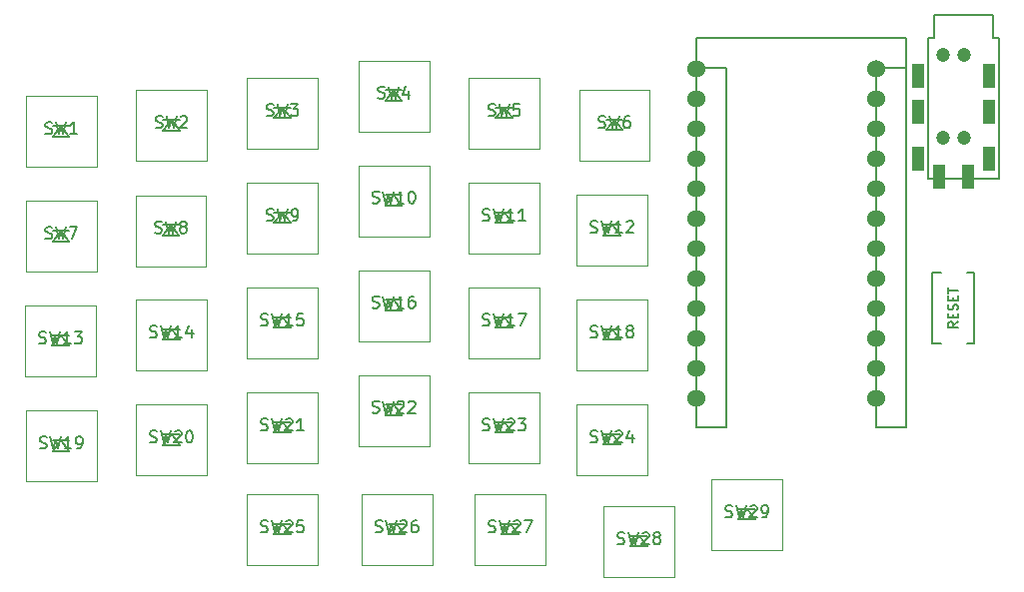
<source format=gbr>
%TF.GenerationSoftware,KiCad,Pcbnew,(6.0.9)*%
%TF.CreationDate,2022-12-16T21:27:41+00:00*%
%TF.ProjectId,PocketSplit-V1,506f636b-6574-4537-906c-69742d56312e,1.0*%
%TF.SameCoordinates,Original*%
%TF.FileFunction,Legend,Top*%
%TF.FilePolarity,Positive*%
%FSLAX46Y46*%
G04 Gerber Fmt 4.6, Leading zero omitted, Abs format (unit mm)*
G04 Created by KiCad (PCBNEW (6.0.9)) date 2022-12-16 21:27:41*
%MOMM*%
%LPD*%
G01*
G04 APERTURE LIST*
%ADD10C,0.150000*%
%ADD11C,0.120000*%
%ADD12C,1.524000*%
%ADD13C,1.200000*%
%ADD14R,1.000000X2.100000*%
G04 APERTURE END LIST*
D10*
%TO.C,SW28*%
X76930476Y-85498761D02*
X77073333Y-85546380D01*
X77311428Y-85546380D01*
X77406666Y-85498761D01*
X77454285Y-85451142D01*
X77501904Y-85355904D01*
X77501904Y-85260666D01*
X77454285Y-85165428D01*
X77406666Y-85117809D01*
X77311428Y-85070190D01*
X77120952Y-85022571D01*
X77025714Y-84974952D01*
X76978095Y-84927333D01*
X76930476Y-84832095D01*
X76930476Y-84736857D01*
X76978095Y-84641619D01*
X77025714Y-84594000D01*
X77120952Y-84546380D01*
X77359047Y-84546380D01*
X77501904Y-84594000D01*
X77835238Y-84546380D02*
X78073333Y-85546380D01*
X78263809Y-84832095D01*
X78454285Y-85546380D01*
X78692380Y-84546380D01*
X79025714Y-84641619D02*
X79073333Y-84594000D01*
X79168571Y-84546380D01*
X79406666Y-84546380D01*
X79501904Y-84594000D01*
X79549523Y-84641619D01*
X79597142Y-84736857D01*
X79597142Y-84832095D01*
X79549523Y-84974952D01*
X78978095Y-85546380D01*
X79597142Y-85546380D01*
X80168571Y-84974952D02*
X80073333Y-84927333D01*
X80025714Y-84879714D01*
X79978095Y-84784476D01*
X79978095Y-84736857D01*
X80025714Y-84641619D01*
X80073333Y-84594000D01*
X80168571Y-84546380D01*
X80359047Y-84546380D01*
X80454285Y-84594000D01*
X80501904Y-84641619D01*
X80549523Y-84736857D01*
X80549523Y-84784476D01*
X80501904Y-84879714D01*
X80454285Y-84927333D01*
X80359047Y-84974952D01*
X80168571Y-84974952D01*
X80073333Y-85022571D01*
X80025714Y-85070190D01*
X79978095Y-85165428D01*
X79978095Y-85355904D01*
X80025714Y-85451142D01*
X80073333Y-85498761D01*
X80168571Y-85546380D01*
X80359047Y-85546380D01*
X80454285Y-85498761D01*
X80501904Y-85451142D01*
X80549523Y-85355904D01*
X80549523Y-85165428D01*
X80501904Y-85070190D01*
X80454285Y-85022571D01*
X80359047Y-84974952D01*
%TO.C,SW3*%
X47180666Y-49172761D02*
X47323523Y-49220380D01*
X47561619Y-49220380D01*
X47656857Y-49172761D01*
X47704476Y-49125142D01*
X47752095Y-49029904D01*
X47752095Y-48934666D01*
X47704476Y-48839428D01*
X47656857Y-48791809D01*
X47561619Y-48744190D01*
X47371142Y-48696571D01*
X47275904Y-48648952D01*
X47228285Y-48601333D01*
X47180666Y-48506095D01*
X47180666Y-48410857D01*
X47228285Y-48315619D01*
X47275904Y-48268000D01*
X47371142Y-48220380D01*
X47609238Y-48220380D01*
X47752095Y-48268000D01*
X48085428Y-48220380D02*
X48323523Y-49220380D01*
X48514000Y-48506095D01*
X48704476Y-49220380D01*
X48942571Y-48220380D01*
X49228285Y-48220380D02*
X49847333Y-48220380D01*
X49514000Y-48601333D01*
X49656857Y-48601333D01*
X49752095Y-48648952D01*
X49799714Y-48696571D01*
X49847333Y-48791809D01*
X49847333Y-49029904D01*
X49799714Y-49125142D01*
X49752095Y-49172761D01*
X49656857Y-49220380D01*
X49371142Y-49220380D01*
X49275904Y-49172761D01*
X49228285Y-49125142D01*
%TO.C,SW10*%
X56154476Y-56574761D02*
X56297333Y-56622380D01*
X56535428Y-56622380D01*
X56630666Y-56574761D01*
X56678285Y-56527142D01*
X56725904Y-56431904D01*
X56725904Y-56336666D01*
X56678285Y-56241428D01*
X56630666Y-56193809D01*
X56535428Y-56146190D01*
X56344952Y-56098571D01*
X56249714Y-56050952D01*
X56202095Y-56003333D01*
X56154476Y-55908095D01*
X56154476Y-55812857D01*
X56202095Y-55717619D01*
X56249714Y-55670000D01*
X56344952Y-55622380D01*
X56583047Y-55622380D01*
X56725904Y-55670000D01*
X57059238Y-55622380D02*
X57297333Y-56622380D01*
X57487809Y-55908095D01*
X57678285Y-56622380D01*
X57916380Y-55622380D01*
X58821142Y-56622380D02*
X58249714Y-56622380D01*
X58535428Y-56622380D02*
X58535428Y-55622380D01*
X58440190Y-55765238D01*
X58344952Y-55860476D01*
X58249714Y-55908095D01*
X59440190Y-55622380D02*
X59535428Y-55622380D01*
X59630666Y-55670000D01*
X59678285Y-55717619D01*
X59725904Y-55812857D01*
X59773523Y-56003333D01*
X59773523Y-56241428D01*
X59725904Y-56431904D01*
X59678285Y-56527142D01*
X59630666Y-56574761D01*
X59535428Y-56622380D01*
X59440190Y-56622380D01*
X59344952Y-56574761D01*
X59297333Y-56527142D01*
X59249714Y-56431904D01*
X59202095Y-56241428D01*
X59202095Y-56003333D01*
X59249714Y-55812857D01*
X59297333Y-55717619D01*
X59344952Y-55670000D01*
X59440190Y-55622380D01*
%TO.C,SW21*%
X46704476Y-75842761D02*
X46847333Y-75890380D01*
X47085428Y-75890380D01*
X47180666Y-75842761D01*
X47228285Y-75795142D01*
X47275904Y-75699904D01*
X47275904Y-75604666D01*
X47228285Y-75509428D01*
X47180666Y-75461809D01*
X47085428Y-75414190D01*
X46894952Y-75366571D01*
X46799714Y-75318952D01*
X46752095Y-75271333D01*
X46704476Y-75176095D01*
X46704476Y-75080857D01*
X46752095Y-74985619D01*
X46799714Y-74938000D01*
X46894952Y-74890380D01*
X47133047Y-74890380D01*
X47275904Y-74938000D01*
X47609238Y-74890380D02*
X47847333Y-75890380D01*
X48037809Y-75176095D01*
X48228285Y-75890380D01*
X48466380Y-74890380D01*
X48799714Y-74985619D02*
X48847333Y-74938000D01*
X48942571Y-74890380D01*
X49180666Y-74890380D01*
X49275904Y-74938000D01*
X49323523Y-74985619D01*
X49371142Y-75080857D01*
X49371142Y-75176095D01*
X49323523Y-75318952D01*
X48752095Y-75890380D01*
X49371142Y-75890380D01*
X50323523Y-75890380D02*
X49752095Y-75890380D01*
X50037809Y-75890380D02*
X50037809Y-74890380D01*
X49942571Y-75033238D01*
X49847333Y-75128476D01*
X49752095Y-75176095D01*
%TO.C,SW12*%
X74644476Y-59086761D02*
X74787333Y-59134380D01*
X75025428Y-59134380D01*
X75120666Y-59086761D01*
X75168285Y-59039142D01*
X75215904Y-58943904D01*
X75215904Y-58848666D01*
X75168285Y-58753428D01*
X75120666Y-58705809D01*
X75025428Y-58658190D01*
X74834952Y-58610571D01*
X74739714Y-58562952D01*
X74692095Y-58515333D01*
X74644476Y-58420095D01*
X74644476Y-58324857D01*
X74692095Y-58229619D01*
X74739714Y-58182000D01*
X74834952Y-58134380D01*
X75073047Y-58134380D01*
X75215904Y-58182000D01*
X75549238Y-58134380D02*
X75787333Y-59134380D01*
X75977809Y-58420095D01*
X76168285Y-59134380D01*
X76406380Y-58134380D01*
X77311142Y-59134380D02*
X76739714Y-59134380D01*
X77025428Y-59134380D02*
X77025428Y-58134380D01*
X76930190Y-58277238D01*
X76834952Y-58372476D01*
X76739714Y-58420095D01*
X77692095Y-58229619D02*
X77739714Y-58182000D01*
X77834952Y-58134380D01*
X78073047Y-58134380D01*
X78168285Y-58182000D01*
X78215904Y-58229619D01*
X78263523Y-58324857D01*
X78263523Y-58420095D01*
X78215904Y-58562952D01*
X77644476Y-59134380D01*
X78263523Y-59134380D01*
%TO.C,SW17*%
X65500476Y-66952761D02*
X65643333Y-67000380D01*
X65881428Y-67000380D01*
X65976666Y-66952761D01*
X66024285Y-66905142D01*
X66071904Y-66809904D01*
X66071904Y-66714666D01*
X66024285Y-66619428D01*
X65976666Y-66571809D01*
X65881428Y-66524190D01*
X65690952Y-66476571D01*
X65595714Y-66428952D01*
X65548095Y-66381333D01*
X65500476Y-66286095D01*
X65500476Y-66190857D01*
X65548095Y-66095619D01*
X65595714Y-66048000D01*
X65690952Y-66000380D01*
X65929047Y-66000380D01*
X66071904Y-66048000D01*
X66405238Y-66000380D02*
X66643333Y-67000380D01*
X66833809Y-66286095D01*
X67024285Y-67000380D01*
X67262380Y-66000380D01*
X68167142Y-67000380D02*
X67595714Y-67000380D01*
X67881428Y-67000380D02*
X67881428Y-66000380D01*
X67786190Y-66143238D01*
X67690952Y-66238476D01*
X67595714Y-66286095D01*
X68500476Y-66000380D02*
X69167142Y-66000380D01*
X68738571Y-67000380D01*
%TO.C,SW11*%
X65500476Y-58062761D02*
X65643333Y-58110380D01*
X65881428Y-58110380D01*
X65976666Y-58062761D01*
X66024285Y-58015142D01*
X66071904Y-57919904D01*
X66071904Y-57824666D01*
X66024285Y-57729428D01*
X65976666Y-57681809D01*
X65881428Y-57634190D01*
X65690952Y-57586571D01*
X65595714Y-57538952D01*
X65548095Y-57491333D01*
X65500476Y-57396095D01*
X65500476Y-57300857D01*
X65548095Y-57205619D01*
X65595714Y-57158000D01*
X65690952Y-57110380D01*
X65929047Y-57110380D01*
X66071904Y-57158000D01*
X66405238Y-57110380D02*
X66643333Y-58110380D01*
X66833809Y-57396095D01*
X67024285Y-58110380D01*
X67262380Y-57110380D01*
X68167142Y-58110380D02*
X67595714Y-58110380D01*
X67881428Y-58110380D02*
X67881428Y-57110380D01*
X67786190Y-57253238D01*
X67690952Y-57348476D01*
X67595714Y-57396095D01*
X69119523Y-58110380D02*
X68548095Y-58110380D01*
X68833809Y-58110380D02*
X68833809Y-57110380D01*
X68738571Y-57253238D01*
X68643333Y-57348476D01*
X68548095Y-57396095D01*
%TO.C,SW13*%
X27908476Y-68480761D02*
X28051333Y-68528380D01*
X28289428Y-68528380D01*
X28384666Y-68480761D01*
X28432285Y-68433142D01*
X28479904Y-68337904D01*
X28479904Y-68242666D01*
X28432285Y-68147428D01*
X28384666Y-68099809D01*
X28289428Y-68052190D01*
X28098952Y-68004571D01*
X28003714Y-67956952D01*
X27956095Y-67909333D01*
X27908476Y-67814095D01*
X27908476Y-67718857D01*
X27956095Y-67623619D01*
X28003714Y-67576000D01*
X28098952Y-67528380D01*
X28337047Y-67528380D01*
X28479904Y-67576000D01*
X28813238Y-67528380D02*
X29051333Y-68528380D01*
X29241809Y-67814095D01*
X29432285Y-68528380D01*
X29670380Y-67528380D01*
X30575142Y-68528380D02*
X30003714Y-68528380D01*
X30289428Y-68528380D02*
X30289428Y-67528380D01*
X30194190Y-67671238D01*
X30098952Y-67766476D01*
X30003714Y-67814095D01*
X30908476Y-67528380D02*
X31527523Y-67528380D01*
X31194190Y-67909333D01*
X31337047Y-67909333D01*
X31432285Y-67956952D01*
X31479904Y-68004571D01*
X31527523Y-68099809D01*
X31527523Y-68337904D01*
X31479904Y-68433142D01*
X31432285Y-68480761D01*
X31337047Y-68528380D01*
X31051333Y-68528380D01*
X30956095Y-68480761D01*
X30908476Y-68433142D01*
%TO.C,SW7*%
X28436666Y-59594761D02*
X28579523Y-59642380D01*
X28817619Y-59642380D01*
X28912857Y-59594761D01*
X28960476Y-59547142D01*
X29008095Y-59451904D01*
X29008095Y-59356666D01*
X28960476Y-59261428D01*
X28912857Y-59213809D01*
X28817619Y-59166190D01*
X28627142Y-59118571D01*
X28531904Y-59070952D01*
X28484285Y-59023333D01*
X28436666Y-58928095D01*
X28436666Y-58832857D01*
X28484285Y-58737619D01*
X28531904Y-58690000D01*
X28627142Y-58642380D01*
X28865238Y-58642380D01*
X29008095Y-58690000D01*
X29341428Y-58642380D02*
X29579523Y-59642380D01*
X29770000Y-58928095D01*
X29960476Y-59642380D01*
X30198571Y-58642380D01*
X30484285Y-58642380D02*
X31150952Y-58642380D01*
X30722380Y-59642380D01*
%TO.C,SW24*%
X74644476Y-76862761D02*
X74787333Y-76910380D01*
X75025428Y-76910380D01*
X75120666Y-76862761D01*
X75168285Y-76815142D01*
X75215904Y-76719904D01*
X75215904Y-76624666D01*
X75168285Y-76529428D01*
X75120666Y-76481809D01*
X75025428Y-76434190D01*
X74834952Y-76386571D01*
X74739714Y-76338952D01*
X74692095Y-76291333D01*
X74644476Y-76196095D01*
X74644476Y-76100857D01*
X74692095Y-76005619D01*
X74739714Y-75958000D01*
X74834952Y-75910380D01*
X75073047Y-75910380D01*
X75215904Y-75958000D01*
X75549238Y-75910380D02*
X75787333Y-76910380D01*
X75977809Y-76196095D01*
X76168285Y-76910380D01*
X76406380Y-75910380D01*
X76739714Y-76005619D02*
X76787333Y-75958000D01*
X76882571Y-75910380D01*
X77120666Y-75910380D01*
X77215904Y-75958000D01*
X77263523Y-76005619D01*
X77311142Y-76100857D01*
X77311142Y-76196095D01*
X77263523Y-76338952D01*
X76692095Y-76910380D01*
X77311142Y-76910380D01*
X78168285Y-76243714D02*
X78168285Y-76910380D01*
X77930190Y-75862761D02*
X77692095Y-76577047D01*
X78311142Y-76577047D01*
%TO.C,SW27*%
X66008476Y-84482761D02*
X66151333Y-84530380D01*
X66389428Y-84530380D01*
X66484666Y-84482761D01*
X66532285Y-84435142D01*
X66579904Y-84339904D01*
X66579904Y-84244666D01*
X66532285Y-84149428D01*
X66484666Y-84101809D01*
X66389428Y-84054190D01*
X66198952Y-84006571D01*
X66103714Y-83958952D01*
X66056095Y-83911333D01*
X66008476Y-83816095D01*
X66008476Y-83720857D01*
X66056095Y-83625619D01*
X66103714Y-83578000D01*
X66198952Y-83530380D01*
X66437047Y-83530380D01*
X66579904Y-83578000D01*
X66913238Y-83530380D02*
X67151333Y-84530380D01*
X67341809Y-83816095D01*
X67532285Y-84530380D01*
X67770380Y-83530380D01*
X68103714Y-83625619D02*
X68151333Y-83578000D01*
X68246571Y-83530380D01*
X68484666Y-83530380D01*
X68579904Y-83578000D01*
X68627523Y-83625619D01*
X68675142Y-83720857D01*
X68675142Y-83816095D01*
X68627523Y-83958952D01*
X68056095Y-84530380D01*
X68675142Y-84530380D01*
X69008476Y-83530380D02*
X69675142Y-83530380D01*
X69246571Y-84530380D01*
%TO.C,SW26*%
X56408476Y-84482761D02*
X56551333Y-84530380D01*
X56789428Y-84530380D01*
X56884666Y-84482761D01*
X56932285Y-84435142D01*
X56979904Y-84339904D01*
X56979904Y-84244666D01*
X56932285Y-84149428D01*
X56884666Y-84101809D01*
X56789428Y-84054190D01*
X56598952Y-84006571D01*
X56503714Y-83958952D01*
X56456095Y-83911333D01*
X56408476Y-83816095D01*
X56408476Y-83720857D01*
X56456095Y-83625619D01*
X56503714Y-83578000D01*
X56598952Y-83530380D01*
X56837047Y-83530380D01*
X56979904Y-83578000D01*
X57313238Y-83530380D02*
X57551333Y-84530380D01*
X57741809Y-83816095D01*
X57932285Y-84530380D01*
X58170380Y-83530380D01*
X58503714Y-83625619D02*
X58551333Y-83578000D01*
X58646571Y-83530380D01*
X58884666Y-83530380D01*
X58979904Y-83578000D01*
X59027523Y-83625619D01*
X59075142Y-83720857D01*
X59075142Y-83816095D01*
X59027523Y-83958952D01*
X58456095Y-84530380D01*
X59075142Y-84530380D01*
X59932285Y-83530380D02*
X59741809Y-83530380D01*
X59646571Y-83578000D01*
X59598952Y-83625619D01*
X59503714Y-83768476D01*
X59456095Y-83958952D01*
X59456095Y-84339904D01*
X59503714Y-84435142D01*
X59551333Y-84482761D01*
X59646571Y-84530380D01*
X59837047Y-84530380D01*
X59932285Y-84482761D01*
X59979904Y-84435142D01*
X60027523Y-84339904D01*
X60027523Y-84101809D01*
X59979904Y-84006571D01*
X59932285Y-83958952D01*
X59837047Y-83911333D01*
X59646571Y-83911333D01*
X59551333Y-83958952D01*
X59503714Y-84006571D01*
X59456095Y-84101809D01*
%TO.C,SW6*%
X75322666Y-50192761D02*
X75465523Y-50240380D01*
X75703619Y-50240380D01*
X75798857Y-50192761D01*
X75846476Y-50145142D01*
X75894095Y-50049904D01*
X75894095Y-49954666D01*
X75846476Y-49859428D01*
X75798857Y-49811809D01*
X75703619Y-49764190D01*
X75513142Y-49716571D01*
X75417904Y-49668952D01*
X75370285Y-49621333D01*
X75322666Y-49526095D01*
X75322666Y-49430857D01*
X75370285Y-49335619D01*
X75417904Y-49288000D01*
X75513142Y-49240380D01*
X75751238Y-49240380D01*
X75894095Y-49288000D01*
X76227428Y-49240380D02*
X76465523Y-50240380D01*
X76656000Y-49526095D01*
X76846476Y-50240380D01*
X77084571Y-49240380D01*
X77894095Y-49240380D02*
X77703619Y-49240380D01*
X77608380Y-49288000D01*
X77560761Y-49335619D01*
X77465523Y-49478476D01*
X77417904Y-49668952D01*
X77417904Y-50049904D01*
X77465523Y-50145142D01*
X77513142Y-50192761D01*
X77608380Y-50240380D01*
X77798857Y-50240380D01*
X77894095Y-50192761D01*
X77941714Y-50145142D01*
X77989333Y-50049904D01*
X77989333Y-49811809D01*
X77941714Y-49716571D01*
X77894095Y-49668952D01*
X77798857Y-49621333D01*
X77608380Y-49621333D01*
X77513142Y-49668952D01*
X77465523Y-49716571D01*
X77417904Y-49811809D01*
%TO.C,SW14*%
X37306476Y-67972761D02*
X37449333Y-68020380D01*
X37687428Y-68020380D01*
X37782666Y-67972761D01*
X37830285Y-67925142D01*
X37877904Y-67829904D01*
X37877904Y-67734666D01*
X37830285Y-67639428D01*
X37782666Y-67591809D01*
X37687428Y-67544190D01*
X37496952Y-67496571D01*
X37401714Y-67448952D01*
X37354095Y-67401333D01*
X37306476Y-67306095D01*
X37306476Y-67210857D01*
X37354095Y-67115619D01*
X37401714Y-67068000D01*
X37496952Y-67020380D01*
X37735047Y-67020380D01*
X37877904Y-67068000D01*
X38211238Y-67020380D02*
X38449333Y-68020380D01*
X38639809Y-67306095D01*
X38830285Y-68020380D01*
X39068380Y-67020380D01*
X39973142Y-68020380D02*
X39401714Y-68020380D01*
X39687428Y-68020380D02*
X39687428Y-67020380D01*
X39592190Y-67163238D01*
X39496952Y-67258476D01*
X39401714Y-67306095D01*
X40830285Y-67353714D02*
X40830285Y-68020380D01*
X40592190Y-66972761D02*
X40354095Y-67687047D01*
X40973142Y-67687047D01*
%TO.C,SW16*%
X56154476Y-65464761D02*
X56297333Y-65512380D01*
X56535428Y-65512380D01*
X56630666Y-65464761D01*
X56678285Y-65417142D01*
X56725904Y-65321904D01*
X56725904Y-65226666D01*
X56678285Y-65131428D01*
X56630666Y-65083809D01*
X56535428Y-65036190D01*
X56344952Y-64988571D01*
X56249714Y-64940952D01*
X56202095Y-64893333D01*
X56154476Y-64798095D01*
X56154476Y-64702857D01*
X56202095Y-64607619D01*
X56249714Y-64560000D01*
X56344952Y-64512380D01*
X56583047Y-64512380D01*
X56725904Y-64560000D01*
X57059238Y-64512380D02*
X57297333Y-65512380D01*
X57487809Y-64798095D01*
X57678285Y-65512380D01*
X57916380Y-64512380D01*
X58821142Y-65512380D02*
X58249714Y-65512380D01*
X58535428Y-65512380D02*
X58535428Y-64512380D01*
X58440190Y-64655238D01*
X58344952Y-64750476D01*
X58249714Y-64798095D01*
X59678285Y-64512380D02*
X59487809Y-64512380D01*
X59392571Y-64560000D01*
X59344952Y-64607619D01*
X59249714Y-64750476D01*
X59202095Y-64940952D01*
X59202095Y-65321904D01*
X59249714Y-65417142D01*
X59297333Y-65464761D01*
X59392571Y-65512380D01*
X59583047Y-65512380D01*
X59678285Y-65464761D01*
X59725904Y-65417142D01*
X59773523Y-65321904D01*
X59773523Y-65083809D01*
X59725904Y-64988571D01*
X59678285Y-64940952D01*
X59583047Y-64893333D01*
X59392571Y-64893333D01*
X59297333Y-64940952D01*
X59249714Y-64988571D01*
X59202095Y-65083809D01*
%TO.C,SW4*%
X56630666Y-47688761D02*
X56773523Y-47736380D01*
X57011619Y-47736380D01*
X57106857Y-47688761D01*
X57154476Y-47641142D01*
X57202095Y-47545904D01*
X57202095Y-47450666D01*
X57154476Y-47355428D01*
X57106857Y-47307809D01*
X57011619Y-47260190D01*
X56821142Y-47212571D01*
X56725904Y-47164952D01*
X56678285Y-47117333D01*
X56630666Y-47022095D01*
X56630666Y-46926857D01*
X56678285Y-46831619D01*
X56725904Y-46784000D01*
X56821142Y-46736380D01*
X57059238Y-46736380D01*
X57202095Y-46784000D01*
X57535428Y-46736380D02*
X57773523Y-47736380D01*
X57964000Y-47022095D01*
X58154476Y-47736380D01*
X58392571Y-46736380D01*
X59202095Y-47069714D02*
X59202095Y-47736380D01*
X58964000Y-46688761D02*
X58725904Y-47403047D01*
X59344952Y-47403047D01*
%TO.C,SW9*%
X47180666Y-58066761D02*
X47323523Y-58114380D01*
X47561619Y-58114380D01*
X47656857Y-58066761D01*
X47704476Y-58019142D01*
X47752095Y-57923904D01*
X47752095Y-57828666D01*
X47704476Y-57733428D01*
X47656857Y-57685809D01*
X47561619Y-57638190D01*
X47371142Y-57590571D01*
X47275904Y-57542952D01*
X47228285Y-57495333D01*
X47180666Y-57400095D01*
X47180666Y-57304857D01*
X47228285Y-57209619D01*
X47275904Y-57162000D01*
X47371142Y-57114380D01*
X47609238Y-57114380D01*
X47752095Y-57162000D01*
X48085428Y-57114380D02*
X48323523Y-58114380D01*
X48514000Y-57400095D01*
X48704476Y-58114380D01*
X48942571Y-57114380D01*
X49371142Y-58114380D02*
X49561619Y-58114380D01*
X49656857Y-58066761D01*
X49704476Y-58019142D01*
X49799714Y-57876285D01*
X49847333Y-57685809D01*
X49847333Y-57304857D01*
X49799714Y-57209619D01*
X49752095Y-57162000D01*
X49656857Y-57114380D01*
X49466380Y-57114380D01*
X49371142Y-57162000D01*
X49323523Y-57209619D01*
X49275904Y-57304857D01*
X49275904Y-57542952D01*
X49323523Y-57638190D01*
X49371142Y-57685809D01*
X49466380Y-57733428D01*
X49656857Y-57733428D01*
X49752095Y-57685809D01*
X49799714Y-57638190D01*
X49847333Y-57542952D01*
%TO.C,SW25*%
X46704476Y-84482761D02*
X46847333Y-84530380D01*
X47085428Y-84530380D01*
X47180666Y-84482761D01*
X47228285Y-84435142D01*
X47275904Y-84339904D01*
X47275904Y-84244666D01*
X47228285Y-84149428D01*
X47180666Y-84101809D01*
X47085428Y-84054190D01*
X46894952Y-84006571D01*
X46799714Y-83958952D01*
X46752095Y-83911333D01*
X46704476Y-83816095D01*
X46704476Y-83720857D01*
X46752095Y-83625619D01*
X46799714Y-83578000D01*
X46894952Y-83530380D01*
X47133047Y-83530380D01*
X47275904Y-83578000D01*
X47609238Y-83530380D02*
X47847333Y-84530380D01*
X48037809Y-83816095D01*
X48228285Y-84530380D01*
X48466380Y-83530380D01*
X48799714Y-83625619D02*
X48847333Y-83578000D01*
X48942571Y-83530380D01*
X49180666Y-83530380D01*
X49275904Y-83578000D01*
X49323523Y-83625619D01*
X49371142Y-83720857D01*
X49371142Y-83816095D01*
X49323523Y-83958952D01*
X48752095Y-84530380D01*
X49371142Y-84530380D01*
X50275904Y-83530380D02*
X49799714Y-83530380D01*
X49752095Y-84006571D01*
X49799714Y-83958952D01*
X49894952Y-83911333D01*
X50133047Y-83911333D01*
X50228285Y-83958952D01*
X50275904Y-84006571D01*
X50323523Y-84101809D01*
X50323523Y-84339904D01*
X50275904Y-84435142D01*
X50228285Y-84482761D01*
X50133047Y-84530380D01*
X49894952Y-84530380D01*
X49799714Y-84482761D01*
X49752095Y-84435142D01*
%TO.C,SW29*%
X86074476Y-83212761D02*
X86217333Y-83260380D01*
X86455428Y-83260380D01*
X86550666Y-83212761D01*
X86598285Y-83165142D01*
X86645904Y-83069904D01*
X86645904Y-82974666D01*
X86598285Y-82879428D01*
X86550666Y-82831809D01*
X86455428Y-82784190D01*
X86264952Y-82736571D01*
X86169714Y-82688952D01*
X86122095Y-82641333D01*
X86074476Y-82546095D01*
X86074476Y-82450857D01*
X86122095Y-82355619D01*
X86169714Y-82308000D01*
X86264952Y-82260380D01*
X86503047Y-82260380D01*
X86645904Y-82308000D01*
X86979238Y-82260380D02*
X87217333Y-83260380D01*
X87407809Y-82546095D01*
X87598285Y-83260380D01*
X87836380Y-82260380D01*
X88169714Y-82355619D02*
X88217333Y-82308000D01*
X88312571Y-82260380D01*
X88550666Y-82260380D01*
X88645904Y-82308000D01*
X88693523Y-82355619D01*
X88741142Y-82450857D01*
X88741142Y-82546095D01*
X88693523Y-82688952D01*
X88122095Y-83260380D01*
X88741142Y-83260380D01*
X89217333Y-83260380D02*
X89407809Y-83260380D01*
X89503047Y-83212761D01*
X89550666Y-83165142D01*
X89645904Y-83022285D01*
X89693523Y-82831809D01*
X89693523Y-82450857D01*
X89645904Y-82355619D01*
X89598285Y-82308000D01*
X89503047Y-82260380D01*
X89312571Y-82260380D01*
X89217333Y-82308000D01*
X89169714Y-82355619D01*
X89122095Y-82450857D01*
X89122095Y-82688952D01*
X89169714Y-82784190D01*
X89217333Y-82831809D01*
X89312571Y-82879428D01*
X89503047Y-82879428D01*
X89598285Y-82831809D01*
X89645904Y-82784190D01*
X89693523Y-82688952D01*
%TO.C,SW2*%
X37782666Y-50196761D02*
X37925523Y-50244380D01*
X38163619Y-50244380D01*
X38258857Y-50196761D01*
X38306476Y-50149142D01*
X38354095Y-50053904D01*
X38354095Y-49958666D01*
X38306476Y-49863428D01*
X38258857Y-49815809D01*
X38163619Y-49768190D01*
X37973142Y-49720571D01*
X37877904Y-49672952D01*
X37830285Y-49625333D01*
X37782666Y-49530095D01*
X37782666Y-49434857D01*
X37830285Y-49339619D01*
X37877904Y-49292000D01*
X37973142Y-49244380D01*
X38211238Y-49244380D01*
X38354095Y-49292000D01*
X38687428Y-49244380D02*
X38925523Y-50244380D01*
X39116000Y-49530095D01*
X39306476Y-50244380D01*
X39544571Y-49244380D01*
X39877904Y-49339619D02*
X39925523Y-49292000D01*
X40020761Y-49244380D01*
X40258857Y-49244380D01*
X40354095Y-49292000D01*
X40401714Y-49339619D01*
X40449333Y-49434857D01*
X40449333Y-49530095D01*
X40401714Y-49672952D01*
X39830285Y-50244380D01*
X40449333Y-50244380D01*
%TO.C,SW20*%
X37306476Y-76866761D02*
X37449333Y-76914380D01*
X37687428Y-76914380D01*
X37782666Y-76866761D01*
X37830285Y-76819142D01*
X37877904Y-76723904D01*
X37877904Y-76628666D01*
X37830285Y-76533428D01*
X37782666Y-76485809D01*
X37687428Y-76438190D01*
X37496952Y-76390571D01*
X37401714Y-76342952D01*
X37354095Y-76295333D01*
X37306476Y-76200095D01*
X37306476Y-76104857D01*
X37354095Y-76009619D01*
X37401714Y-75962000D01*
X37496952Y-75914380D01*
X37735047Y-75914380D01*
X37877904Y-75962000D01*
X38211238Y-75914380D02*
X38449333Y-76914380D01*
X38639809Y-76200095D01*
X38830285Y-76914380D01*
X39068380Y-75914380D01*
X39401714Y-76009619D02*
X39449333Y-75962000D01*
X39544571Y-75914380D01*
X39782666Y-75914380D01*
X39877904Y-75962000D01*
X39925523Y-76009619D01*
X39973142Y-76104857D01*
X39973142Y-76200095D01*
X39925523Y-76342952D01*
X39354095Y-76914380D01*
X39973142Y-76914380D01*
X40592190Y-75914380D02*
X40687428Y-75914380D01*
X40782666Y-75962000D01*
X40830285Y-76009619D01*
X40877904Y-76104857D01*
X40925523Y-76295333D01*
X40925523Y-76533428D01*
X40877904Y-76723904D01*
X40830285Y-76819142D01*
X40782666Y-76866761D01*
X40687428Y-76914380D01*
X40592190Y-76914380D01*
X40496952Y-76866761D01*
X40449333Y-76819142D01*
X40401714Y-76723904D01*
X40354095Y-76533428D01*
X40354095Y-76295333D01*
X40401714Y-76104857D01*
X40449333Y-76009619D01*
X40496952Y-75962000D01*
X40592190Y-75914380D01*
%TO.C,SW5*%
X65976666Y-49176761D02*
X66119523Y-49224380D01*
X66357619Y-49224380D01*
X66452857Y-49176761D01*
X66500476Y-49129142D01*
X66548095Y-49033904D01*
X66548095Y-48938666D01*
X66500476Y-48843428D01*
X66452857Y-48795809D01*
X66357619Y-48748190D01*
X66167142Y-48700571D01*
X66071904Y-48652952D01*
X66024285Y-48605333D01*
X65976666Y-48510095D01*
X65976666Y-48414857D01*
X66024285Y-48319619D01*
X66071904Y-48272000D01*
X66167142Y-48224380D01*
X66405238Y-48224380D01*
X66548095Y-48272000D01*
X66881428Y-48224380D02*
X67119523Y-49224380D01*
X67310000Y-48510095D01*
X67500476Y-49224380D01*
X67738571Y-48224380D01*
X68595714Y-48224380D02*
X68119523Y-48224380D01*
X68071904Y-48700571D01*
X68119523Y-48652952D01*
X68214761Y-48605333D01*
X68452857Y-48605333D01*
X68548095Y-48652952D01*
X68595714Y-48700571D01*
X68643333Y-48795809D01*
X68643333Y-49033904D01*
X68595714Y-49129142D01*
X68548095Y-49176761D01*
X68452857Y-49224380D01*
X68214761Y-49224380D01*
X68119523Y-49176761D01*
X68071904Y-49129142D01*
%TO.C,SW19*%
X27960476Y-77374761D02*
X28103333Y-77422380D01*
X28341428Y-77422380D01*
X28436666Y-77374761D01*
X28484285Y-77327142D01*
X28531904Y-77231904D01*
X28531904Y-77136666D01*
X28484285Y-77041428D01*
X28436666Y-76993809D01*
X28341428Y-76946190D01*
X28150952Y-76898571D01*
X28055714Y-76850952D01*
X28008095Y-76803333D01*
X27960476Y-76708095D01*
X27960476Y-76612857D01*
X28008095Y-76517619D01*
X28055714Y-76470000D01*
X28150952Y-76422380D01*
X28389047Y-76422380D01*
X28531904Y-76470000D01*
X28865238Y-76422380D02*
X29103333Y-77422380D01*
X29293809Y-76708095D01*
X29484285Y-77422380D01*
X29722380Y-76422380D01*
X30627142Y-77422380D02*
X30055714Y-77422380D01*
X30341428Y-77422380D02*
X30341428Y-76422380D01*
X30246190Y-76565238D01*
X30150952Y-76660476D01*
X30055714Y-76708095D01*
X31103333Y-77422380D02*
X31293809Y-77422380D01*
X31389047Y-77374761D01*
X31436666Y-77327142D01*
X31531904Y-77184285D01*
X31579523Y-76993809D01*
X31579523Y-76612857D01*
X31531904Y-76517619D01*
X31484285Y-76470000D01*
X31389047Y-76422380D01*
X31198571Y-76422380D01*
X31103333Y-76470000D01*
X31055714Y-76517619D01*
X31008095Y-76612857D01*
X31008095Y-76850952D01*
X31055714Y-76946190D01*
X31103333Y-76993809D01*
X31198571Y-77041428D01*
X31389047Y-77041428D01*
X31484285Y-76993809D01*
X31531904Y-76946190D01*
X31579523Y-76850952D01*
%TO.C,SW1*%
X28436666Y-50704761D02*
X28579523Y-50752380D01*
X28817619Y-50752380D01*
X28912857Y-50704761D01*
X28960476Y-50657142D01*
X29008095Y-50561904D01*
X29008095Y-50466666D01*
X28960476Y-50371428D01*
X28912857Y-50323809D01*
X28817619Y-50276190D01*
X28627142Y-50228571D01*
X28531904Y-50180952D01*
X28484285Y-50133333D01*
X28436666Y-50038095D01*
X28436666Y-49942857D01*
X28484285Y-49847619D01*
X28531904Y-49800000D01*
X28627142Y-49752380D01*
X28865238Y-49752380D01*
X29008095Y-49800000D01*
X29341428Y-49752380D02*
X29579523Y-50752380D01*
X29770000Y-50038095D01*
X29960476Y-50752380D01*
X30198571Y-49752380D01*
X31103333Y-50752380D02*
X30531904Y-50752380D01*
X30817619Y-50752380D02*
X30817619Y-49752380D01*
X30722380Y-49895238D01*
X30627142Y-49990476D01*
X30531904Y-50038095D01*
%TO.C,SW23*%
X65500476Y-75842761D02*
X65643333Y-75890380D01*
X65881428Y-75890380D01*
X65976666Y-75842761D01*
X66024285Y-75795142D01*
X66071904Y-75699904D01*
X66071904Y-75604666D01*
X66024285Y-75509428D01*
X65976666Y-75461809D01*
X65881428Y-75414190D01*
X65690952Y-75366571D01*
X65595714Y-75318952D01*
X65548095Y-75271333D01*
X65500476Y-75176095D01*
X65500476Y-75080857D01*
X65548095Y-74985619D01*
X65595714Y-74938000D01*
X65690952Y-74890380D01*
X65929047Y-74890380D01*
X66071904Y-74938000D01*
X66405238Y-74890380D02*
X66643333Y-75890380D01*
X66833809Y-75176095D01*
X67024285Y-75890380D01*
X67262380Y-74890380D01*
X67595714Y-74985619D02*
X67643333Y-74938000D01*
X67738571Y-74890380D01*
X67976666Y-74890380D01*
X68071904Y-74938000D01*
X68119523Y-74985619D01*
X68167142Y-75080857D01*
X68167142Y-75176095D01*
X68119523Y-75318952D01*
X67548095Y-75890380D01*
X68167142Y-75890380D01*
X68500476Y-74890380D02*
X69119523Y-74890380D01*
X68786190Y-75271333D01*
X68929047Y-75271333D01*
X69024285Y-75318952D01*
X69071904Y-75366571D01*
X69119523Y-75461809D01*
X69119523Y-75699904D01*
X69071904Y-75795142D01*
X69024285Y-75842761D01*
X68929047Y-75890380D01*
X68643333Y-75890380D01*
X68548095Y-75842761D01*
X68500476Y-75795142D01*
%TO.C,SW18*%
X74644476Y-67972761D02*
X74787333Y-68020380D01*
X75025428Y-68020380D01*
X75120666Y-67972761D01*
X75168285Y-67925142D01*
X75215904Y-67829904D01*
X75215904Y-67734666D01*
X75168285Y-67639428D01*
X75120666Y-67591809D01*
X75025428Y-67544190D01*
X74834952Y-67496571D01*
X74739714Y-67448952D01*
X74692095Y-67401333D01*
X74644476Y-67306095D01*
X74644476Y-67210857D01*
X74692095Y-67115619D01*
X74739714Y-67068000D01*
X74834952Y-67020380D01*
X75073047Y-67020380D01*
X75215904Y-67068000D01*
X75549238Y-67020380D02*
X75787333Y-68020380D01*
X75977809Y-67306095D01*
X76168285Y-68020380D01*
X76406380Y-67020380D01*
X77311142Y-68020380D02*
X76739714Y-68020380D01*
X77025428Y-68020380D02*
X77025428Y-67020380D01*
X76930190Y-67163238D01*
X76834952Y-67258476D01*
X76739714Y-67306095D01*
X77882571Y-67448952D02*
X77787333Y-67401333D01*
X77739714Y-67353714D01*
X77692095Y-67258476D01*
X77692095Y-67210857D01*
X77739714Y-67115619D01*
X77787333Y-67068000D01*
X77882571Y-67020380D01*
X78073047Y-67020380D01*
X78168285Y-67068000D01*
X78215904Y-67115619D01*
X78263523Y-67210857D01*
X78263523Y-67258476D01*
X78215904Y-67353714D01*
X78168285Y-67401333D01*
X78073047Y-67448952D01*
X77882571Y-67448952D01*
X77787333Y-67496571D01*
X77739714Y-67544190D01*
X77692095Y-67639428D01*
X77692095Y-67829904D01*
X77739714Y-67925142D01*
X77787333Y-67972761D01*
X77882571Y-68020380D01*
X78073047Y-68020380D01*
X78168285Y-67972761D01*
X78215904Y-67925142D01*
X78263523Y-67829904D01*
X78263523Y-67639428D01*
X78215904Y-67544190D01*
X78168285Y-67496571D01*
X78073047Y-67448952D01*
%TO.C,SW22*%
X56154476Y-74358761D02*
X56297333Y-74406380D01*
X56535428Y-74406380D01*
X56630666Y-74358761D01*
X56678285Y-74311142D01*
X56725904Y-74215904D01*
X56725904Y-74120666D01*
X56678285Y-74025428D01*
X56630666Y-73977809D01*
X56535428Y-73930190D01*
X56344952Y-73882571D01*
X56249714Y-73834952D01*
X56202095Y-73787333D01*
X56154476Y-73692095D01*
X56154476Y-73596857D01*
X56202095Y-73501619D01*
X56249714Y-73454000D01*
X56344952Y-73406380D01*
X56583047Y-73406380D01*
X56725904Y-73454000D01*
X57059238Y-73406380D02*
X57297333Y-74406380D01*
X57487809Y-73692095D01*
X57678285Y-74406380D01*
X57916380Y-73406380D01*
X58249714Y-73501619D02*
X58297333Y-73454000D01*
X58392571Y-73406380D01*
X58630666Y-73406380D01*
X58725904Y-73454000D01*
X58773523Y-73501619D01*
X58821142Y-73596857D01*
X58821142Y-73692095D01*
X58773523Y-73834952D01*
X58202095Y-74406380D01*
X58821142Y-74406380D01*
X59202095Y-73501619D02*
X59249714Y-73454000D01*
X59344952Y-73406380D01*
X59583047Y-73406380D01*
X59678285Y-73454000D01*
X59725904Y-73501619D01*
X59773523Y-73596857D01*
X59773523Y-73692095D01*
X59725904Y-73834952D01*
X59154476Y-74406380D01*
X59773523Y-74406380D01*
%TO.C,RST1*%
X105771904Y-66693904D02*
X105390952Y-66960571D01*
X105771904Y-67151047D02*
X104971904Y-67151047D01*
X104971904Y-66846285D01*
X105010000Y-66770095D01*
X105048095Y-66732000D01*
X105124285Y-66693904D01*
X105238571Y-66693904D01*
X105314761Y-66732000D01*
X105352857Y-66770095D01*
X105390952Y-66846285D01*
X105390952Y-67151047D01*
X105352857Y-66351047D02*
X105352857Y-66084380D01*
X105771904Y-65970095D02*
X105771904Y-66351047D01*
X104971904Y-66351047D01*
X104971904Y-65970095D01*
X105733809Y-65665333D02*
X105771904Y-65551047D01*
X105771904Y-65360571D01*
X105733809Y-65284380D01*
X105695714Y-65246285D01*
X105619523Y-65208190D01*
X105543333Y-65208190D01*
X105467142Y-65246285D01*
X105429047Y-65284380D01*
X105390952Y-65360571D01*
X105352857Y-65512952D01*
X105314761Y-65589142D01*
X105276666Y-65627238D01*
X105200476Y-65665333D01*
X105124285Y-65665333D01*
X105048095Y-65627238D01*
X105010000Y-65589142D01*
X104971904Y-65512952D01*
X104971904Y-65322476D01*
X105010000Y-65208190D01*
X105352857Y-64865333D02*
X105352857Y-64598666D01*
X105771904Y-64484380D02*
X105771904Y-64865333D01*
X104971904Y-64865333D01*
X104971904Y-64484380D01*
X104971904Y-64255809D02*
X104971904Y-63798666D01*
X105771904Y-64027238D02*
X104971904Y-64027238D01*
%TO.C,SW15*%
X46704476Y-66956761D02*
X46847333Y-67004380D01*
X47085428Y-67004380D01*
X47180666Y-66956761D01*
X47228285Y-66909142D01*
X47275904Y-66813904D01*
X47275904Y-66718666D01*
X47228285Y-66623428D01*
X47180666Y-66575809D01*
X47085428Y-66528190D01*
X46894952Y-66480571D01*
X46799714Y-66432952D01*
X46752095Y-66385333D01*
X46704476Y-66290095D01*
X46704476Y-66194857D01*
X46752095Y-66099619D01*
X46799714Y-66052000D01*
X46894952Y-66004380D01*
X47133047Y-66004380D01*
X47275904Y-66052000D01*
X47609238Y-66004380D02*
X47847333Y-67004380D01*
X48037809Y-66290095D01*
X48228285Y-67004380D01*
X48466380Y-66004380D01*
X49371142Y-67004380D02*
X48799714Y-67004380D01*
X49085428Y-67004380D02*
X49085428Y-66004380D01*
X48990190Y-66147238D01*
X48894952Y-66242476D01*
X48799714Y-66290095D01*
X50275904Y-66004380D02*
X49799714Y-66004380D01*
X49752095Y-66480571D01*
X49799714Y-66432952D01*
X49894952Y-66385333D01*
X50133047Y-66385333D01*
X50228285Y-66432952D01*
X50275904Y-66480571D01*
X50323523Y-66575809D01*
X50323523Y-66813904D01*
X50275904Y-66909142D01*
X50228285Y-66956761D01*
X50133047Y-67004380D01*
X49894952Y-67004380D01*
X49799714Y-66956761D01*
X49752095Y-66909142D01*
%TO.C,SW8*%
X37730666Y-59126761D02*
X37873523Y-59174380D01*
X38111619Y-59174380D01*
X38206857Y-59126761D01*
X38254476Y-59079142D01*
X38302095Y-58983904D01*
X38302095Y-58888666D01*
X38254476Y-58793428D01*
X38206857Y-58745809D01*
X38111619Y-58698190D01*
X37921142Y-58650571D01*
X37825904Y-58602952D01*
X37778285Y-58555333D01*
X37730666Y-58460095D01*
X37730666Y-58364857D01*
X37778285Y-58269619D01*
X37825904Y-58222000D01*
X37921142Y-58174380D01*
X38159238Y-58174380D01*
X38302095Y-58222000D01*
X38635428Y-58174380D02*
X38873523Y-59174380D01*
X39064000Y-58460095D01*
X39254476Y-59174380D01*
X39492571Y-58174380D01*
X40016380Y-58602952D02*
X39921142Y-58555333D01*
X39873523Y-58507714D01*
X39825904Y-58412476D01*
X39825904Y-58364857D01*
X39873523Y-58269619D01*
X39921142Y-58222000D01*
X40016380Y-58174380D01*
X40206857Y-58174380D01*
X40302095Y-58222000D01*
X40349714Y-58269619D01*
X40397333Y-58364857D01*
X40397333Y-58412476D01*
X40349714Y-58507714D01*
X40302095Y-58555333D01*
X40206857Y-58602952D01*
X40016380Y-58602952D01*
X39921142Y-58650571D01*
X39873523Y-58698190D01*
X39825904Y-58793428D01*
X39825904Y-58983904D01*
X39873523Y-59079142D01*
X39921142Y-59126761D01*
X40016380Y-59174380D01*
X40206857Y-59174380D01*
X40302095Y-59126761D01*
X40349714Y-59079142D01*
X40397333Y-58983904D01*
X40397333Y-58793428D01*
X40349714Y-58698190D01*
X40302095Y-58650571D01*
X40206857Y-58602952D01*
D11*
%TO.C,SW28*%
X75740000Y-82344000D02*
X81740000Y-82344000D01*
X81740000Y-82344000D02*
X81740000Y-88344000D01*
X81740000Y-88344000D02*
X75740000Y-88344000D01*
X75740000Y-88344000D02*
X75740000Y-82344000D01*
%TO.C,SW3*%
X45514000Y-46018000D02*
X51514000Y-46018000D01*
X51514000Y-46018000D02*
X51514000Y-52018000D01*
X51514000Y-52018000D02*
X45514000Y-52018000D01*
X45514000Y-52018000D02*
X45514000Y-46018000D01*
%TO.C,SW10*%
X54964000Y-53420000D02*
X60964000Y-53420000D01*
X60964000Y-53420000D02*
X60964000Y-59420000D01*
X60964000Y-59420000D02*
X54964000Y-59420000D01*
X54964000Y-59420000D02*
X54964000Y-53420000D01*
%TO.C,SW21*%
X45514000Y-72688000D02*
X51514000Y-72688000D01*
X51514000Y-72688000D02*
X51514000Y-78688000D01*
X51514000Y-78688000D02*
X45514000Y-78688000D01*
X45514000Y-78688000D02*
X45514000Y-72688000D01*
%TO.C,SW12*%
X73454000Y-55932000D02*
X79454000Y-55932000D01*
X79454000Y-55932000D02*
X79454000Y-61932000D01*
X79454000Y-61932000D02*
X73454000Y-61932000D01*
X73454000Y-61932000D02*
X73454000Y-55932000D01*
%TO.C,SW17*%
X64310000Y-63798000D02*
X70310000Y-63798000D01*
X70310000Y-63798000D02*
X70310000Y-69798000D01*
X70310000Y-69798000D02*
X64310000Y-69798000D01*
X64310000Y-69798000D02*
X64310000Y-63798000D01*
%TO.C,SW11*%
X64310000Y-54908000D02*
X70310000Y-54908000D01*
X70310000Y-54908000D02*
X70310000Y-60908000D01*
X70310000Y-60908000D02*
X64310000Y-60908000D01*
X64310000Y-60908000D02*
X64310000Y-54908000D01*
%TO.C,SW13*%
X26718000Y-65326000D02*
X32718000Y-65326000D01*
X32718000Y-65326000D02*
X32718000Y-71326000D01*
X32718000Y-71326000D02*
X26718000Y-71326000D01*
X26718000Y-71326000D02*
X26718000Y-65326000D01*
%TO.C,SW7*%
X26770000Y-56440000D02*
X32770000Y-56440000D01*
X32770000Y-56440000D02*
X32770000Y-62440000D01*
X32770000Y-62440000D02*
X26770000Y-62440000D01*
X26770000Y-62440000D02*
X26770000Y-56440000D01*
%TO.C,SW24*%
X73454000Y-73708000D02*
X79454000Y-73708000D01*
X79454000Y-73708000D02*
X79454000Y-79708000D01*
X79454000Y-79708000D02*
X73454000Y-79708000D01*
X73454000Y-79708000D02*
X73454000Y-73708000D01*
%TO.C,SW27*%
X64818000Y-81328000D02*
X70818000Y-81328000D01*
X70818000Y-81328000D02*
X70818000Y-87328000D01*
X70818000Y-87328000D02*
X64818000Y-87328000D01*
X64818000Y-87328000D02*
X64818000Y-81328000D01*
%TO.C,SW26*%
X55218000Y-81328000D02*
X61218000Y-81328000D01*
X61218000Y-81328000D02*
X61218000Y-87328000D01*
X61218000Y-87328000D02*
X55218000Y-87328000D01*
X55218000Y-87328000D02*
X55218000Y-81328000D01*
%TO.C,SW6*%
X73656000Y-47038000D02*
X79656000Y-47038000D01*
X79656000Y-47038000D02*
X79656000Y-53038000D01*
X79656000Y-53038000D02*
X73656000Y-53038000D01*
X73656000Y-53038000D02*
X73656000Y-47038000D01*
%TO.C,SW14*%
X36116000Y-64818000D02*
X42116000Y-64818000D01*
X42116000Y-64818000D02*
X42116000Y-70818000D01*
X42116000Y-70818000D02*
X36116000Y-70818000D01*
X36116000Y-70818000D02*
X36116000Y-64818000D01*
%TO.C,SW16*%
X54964000Y-62310000D02*
X60964000Y-62310000D01*
X60964000Y-62310000D02*
X60964000Y-68310000D01*
X60964000Y-68310000D02*
X54964000Y-68310000D01*
X54964000Y-68310000D02*
X54964000Y-62310000D01*
%TO.C,SW4*%
X54964000Y-44534000D02*
X60964000Y-44534000D01*
X60964000Y-44534000D02*
X60964000Y-50534000D01*
X60964000Y-50534000D02*
X54964000Y-50534000D01*
X54964000Y-50534000D02*
X54964000Y-44534000D01*
D10*
%TO.C,MCU1*%
X98857535Y-45137745D02*
X98857535Y-75617745D01*
X86157535Y-75617745D02*
X86157535Y-45137745D01*
X101397535Y-45137745D02*
X98857535Y-45137745D01*
X98857535Y-75617745D02*
X101397535Y-75617745D01*
X101397535Y-42597745D02*
X83617535Y-42597745D01*
X83617535Y-42597745D02*
X83617535Y-75617745D01*
X83617535Y-75617745D02*
X86157535Y-75617745D01*
X83617535Y-45137745D02*
X83617535Y-75617745D01*
X86157535Y-45137745D02*
X83617535Y-45137745D01*
X101397535Y-75617745D02*
X101397535Y-45137745D01*
X101397535Y-75617745D02*
X101397535Y-42597745D01*
D11*
%TO.C,SW9*%
X45514000Y-54912000D02*
X51514000Y-54912000D01*
X51514000Y-54912000D02*
X51514000Y-60912000D01*
X51514000Y-60912000D02*
X45514000Y-60912000D01*
X45514000Y-60912000D02*
X45514000Y-54912000D01*
%TO.C,SW25*%
X45514000Y-81328000D02*
X51514000Y-81328000D01*
X51514000Y-81328000D02*
X51514000Y-87328000D01*
X51514000Y-87328000D02*
X45514000Y-87328000D01*
X45514000Y-87328000D02*
X45514000Y-81328000D01*
%TO.C,SW29*%
X84884000Y-80058000D02*
X90884000Y-80058000D01*
X90884000Y-80058000D02*
X90884000Y-86058000D01*
X90884000Y-86058000D02*
X84884000Y-86058000D01*
X84884000Y-86058000D02*
X84884000Y-80058000D01*
%TO.C,SW2*%
X36116000Y-47042000D02*
X42116000Y-47042000D01*
X42116000Y-47042000D02*
X42116000Y-53042000D01*
X42116000Y-53042000D02*
X36116000Y-53042000D01*
X36116000Y-53042000D02*
X36116000Y-47042000D01*
%TO.C,SW20*%
X36116000Y-73712000D02*
X42116000Y-73712000D01*
X42116000Y-73712000D02*
X42116000Y-79712000D01*
X42116000Y-79712000D02*
X36116000Y-79712000D01*
X36116000Y-79712000D02*
X36116000Y-73712000D01*
%TO.C,SW5*%
X64310000Y-46022000D02*
X70310000Y-46022000D01*
X70310000Y-46022000D02*
X70310000Y-52022000D01*
X70310000Y-52022000D02*
X64310000Y-52022000D01*
X64310000Y-52022000D02*
X64310000Y-46022000D01*
%TO.C,SW19*%
X26770000Y-74220000D02*
X32770000Y-74220000D01*
X32770000Y-74220000D02*
X32770000Y-80220000D01*
X32770000Y-80220000D02*
X26770000Y-80220000D01*
X26770000Y-80220000D02*
X26770000Y-74220000D01*
%TO.C,SW1*%
X26770000Y-47550000D02*
X32770000Y-47550000D01*
X32770000Y-47550000D02*
X32770000Y-53550000D01*
X32770000Y-53550000D02*
X26770000Y-53550000D01*
X26770000Y-53550000D02*
X26770000Y-47550000D01*
%TO.C,SW23*%
X64310000Y-72688000D02*
X70310000Y-72688000D01*
X70310000Y-72688000D02*
X70310000Y-78688000D01*
X70310000Y-78688000D02*
X64310000Y-78688000D01*
X64310000Y-78688000D02*
X64310000Y-72688000D01*
%TO.C,SW18*%
X73454000Y-64818000D02*
X79454000Y-64818000D01*
X79454000Y-64818000D02*
X79454000Y-70818000D01*
X79454000Y-70818000D02*
X73454000Y-70818000D01*
X73454000Y-70818000D02*
X73454000Y-64818000D01*
D10*
%TO.C,J1*%
X103285000Y-42568500D02*
X103785000Y-42568500D01*
X109285000Y-42568500D02*
X109285000Y-54568500D01*
X103785000Y-42568500D02*
X103785000Y-40668500D01*
X103285000Y-54568500D02*
X103285000Y-42568500D01*
X108785000Y-42568500D02*
X108785000Y-40668500D01*
X109285000Y-54568500D02*
X103285000Y-54568500D01*
X103785000Y-40668500D02*
X108785000Y-40668500D01*
X109285000Y-42568500D02*
X108785000Y-42568500D01*
D11*
%TO.C,SW22*%
X54964000Y-71204000D02*
X60964000Y-71204000D01*
X60964000Y-71204000D02*
X60964000Y-77204000D01*
X60964000Y-77204000D02*
X54964000Y-77204000D01*
X54964000Y-77204000D02*
X54964000Y-71204000D01*
D10*
%TO.C,RST1*%
X103610000Y-68532000D02*
X104310000Y-68532000D01*
X107110000Y-62532000D02*
X106510000Y-62532000D01*
X103610000Y-62532000D02*
X104310000Y-62532000D01*
X107110000Y-68532000D02*
X106510000Y-68532000D01*
X107110000Y-68532000D02*
X107110000Y-62532000D01*
X103610000Y-62532000D02*
X103610000Y-68532000D01*
D11*
%TO.C,SW15*%
X45514000Y-63802000D02*
X51514000Y-63802000D01*
X51514000Y-63802000D02*
X51514000Y-69802000D01*
X51514000Y-69802000D02*
X45514000Y-69802000D01*
X45514000Y-69802000D02*
X45514000Y-63802000D01*
%TO.C,SW8*%
X36064000Y-55972000D02*
X42064000Y-55972000D01*
X42064000Y-55972000D02*
X42064000Y-61972000D01*
X42064000Y-61972000D02*
X36064000Y-61972000D01*
X36064000Y-61972000D02*
X36064000Y-55972000D01*
D10*
%TO.C,D29*%
X87184000Y-82558000D02*
X88584000Y-82558000D01*
X88584000Y-83458000D02*
X87884000Y-82558000D01*
X87184000Y-83458000D02*
X88584000Y-83458000D01*
X87884000Y-82558000D02*
X87184000Y-83458000D01*
%TO.C,D6*%
X77356000Y-50438000D02*
X76656000Y-49538000D01*
X75956000Y-49538000D02*
X77356000Y-49538000D01*
X76656000Y-49538000D02*
X75956000Y-50438000D01*
X75956000Y-50438000D02*
X77356000Y-50438000D01*
%TO.C,D12*%
X75754000Y-58432000D02*
X77154000Y-58432000D01*
X77154000Y-59332000D02*
X76454000Y-58432000D01*
X76454000Y-58432000D02*
X75754000Y-59332000D01*
X75754000Y-59332000D02*
X77154000Y-59332000D01*
%TO.C,D15*%
X49214000Y-67202000D02*
X48514000Y-66302000D01*
X48514000Y-66302000D02*
X47814000Y-67202000D01*
X47814000Y-67202000D02*
X49214000Y-67202000D01*
X47814000Y-66302000D02*
X49214000Y-66302000D01*
%TO.C,D28*%
X79440000Y-85744000D02*
X78740000Y-84844000D01*
X78740000Y-84844000D02*
X78040000Y-85744000D01*
X78040000Y-84844000D02*
X79440000Y-84844000D01*
X78040000Y-85744000D02*
X79440000Y-85744000D01*
%TO.C,D7*%
X29770000Y-58940000D02*
X29070000Y-59840000D01*
X30470000Y-59840000D02*
X29770000Y-58940000D01*
X29070000Y-59840000D02*
X30470000Y-59840000D01*
X29070000Y-58940000D02*
X30470000Y-58940000D01*
%TO.C,D18*%
X77154000Y-68218000D02*
X76454000Y-67318000D01*
X75754000Y-67318000D02*
X77154000Y-67318000D01*
X76454000Y-67318000D02*
X75754000Y-68218000D01*
X75754000Y-68218000D02*
X77154000Y-68218000D01*
%TO.C,D10*%
X58664000Y-56820000D02*
X57964000Y-55920000D01*
X57264000Y-55920000D02*
X58664000Y-55920000D01*
X57264000Y-56820000D02*
X58664000Y-56820000D01*
X57964000Y-55920000D02*
X57264000Y-56820000D01*
%TO.C,D2*%
X38416000Y-49542000D02*
X39816000Y-49542000D01*
X39816000Y-50442000D02*
X39116000Y-49542000D01*
X38416000Y-50442000D02*
X39816000Y-50442000D01*
X39116000Y-49542000D02*
X38416000Y-50442000D01*
%TO.C,D3*%
X48514000Y-48518000D02*
X47814000Y-49418000D01*
X47814000Y-49418000D02*
X49214000Y-49418000D01*
X47814000Y-48518000D02*
X49214000Y-48518000D01*
X49214000Y-49418000D02*
X48514000Y-48518000D01*
%TO.C,D19*%
X29770000Y-76720000D02*
X29070000Y-77620000D01*
X30470000Y-77620000D02*
X29770000Y-76720000D01*
X29070000Y-77620000D02*
X30470000Y-77620000D01*
X29070000Y-76720000D02*
X30470000Y-76720000D01*
%TO.C,D26*%
X58218000Y-83828000D02*
X57518000Y-84728000D01*
X57518000Y-84728000D02*
X58918000Y-84728000D01*
X57518000Y-83828000D02*
X58918000Y-83828000D01*
X58918000Y-84728000D02*
X58218000Y-83828000D01*
%TO.C,D27*%
X67118000Y-84728000D02*
X68518000Y-84728000D01*
X67818000Y-83828000D02*
X67118000Y-84728000D01*
X68518000Y-84728000D02*
X67818000Y-83828000D01*
X67118000Y-83828000D02*
X68518000Y-83828000D01*
%TO.C,D22*%
X57264000Y-73704000D02*
X58664000Y-73704000D01*
X57264000Y-74604000D02*
X58664000Y-74604000D01*
X57964000Y-73704000D02*
X57264000Y-74604000D01*
X58664000Y-74604000D02*
X57964000Y-73704000D01*
%TO.C,D9*%
X47814000Y-58312000D02*
X49214000Y-58312000D01*
X48514000Y-57412000D02*
X47814000Y-58312000D01*
X47814000Y-57412000D02*
X49214000Y-57412000D01*
X49214000Y-58312000D02*
X48514000Y-57412000D01*
%TO.C,D13*%
X29018000Y-68726000D02*
X30418000Y-68726000D01*
X30418000Y-68726000D02*
X29718000Y-67826000D01*
X29718000Y-67826000D02*
X29018000Y-68726000D01*
X29018000Y-67826000D02*
X30418000Y-67826000D01*
%TO.C,D24*%
X75754000Y-77108000D02*
X77154000Y-77108000D01*
X76454000Y-76208000D02*
X75754000Y-77108000D01*
X75754000Y-76208000D02*
X77154000Y-76208000D01*
X77154000Y-77108000D02*
X76454000Y-76208000D01*
%TO.C,D16*%
X57964000Y-64810000D02*
X57264000Y-65710000D01*
X58664000Y-65710000D02*
X57964000Y-64810000D01*
X57264000Y-65710000D02*
X58664000Y-65710000D01*
X57264000Y-64810000D02*
X58664000Y-64810000D01*
%TO.C,D21*%
X48514000Y-75188000D02*
X47814000Y-76088000D01*
X47814000Y-76088000D02*
X49214000Y-76088000D01*
X49214000Y-76088000D02*
X48514000Y-75188000D01*
X47814000Y-75188000D02*
X49214000Y-75188000D01*
%TO.C,D23*%
X67310000Y-75188000D02*
X66610000Y-76088000D01*
X68010000Y-76088000D02*
X67310000Y-75188000D01*
X66610000Y-75188000D02*
X68010000Y-75188000D01*
X66610000Y-76088000D02*
X68010000Y-76088000D01*
%TO.C,D17*%
X66610000Y-66298000D02*
X68010000Y-66298000D01*
X67310000Y-66298000D02*
X66610000Y-67198000D01*
X66610000Y-67198000D02*
X68010000Y-67198000D01*
X68010000Y-67198000D02*
X67310000Y-66298000D01*
%TO.C,D11*%
X66610000Y-58308000D02*
X68010000Y-58308000D01*
X68010000Y-58308000D02*
X67310000Y-57408000D01*
X66610000Y-57408000D02*
X68010000Y-57408000D01*
X67310000Y-57408000D02*
X66610000Y-58308000D01*
%TO.C,D20*%
X38416000Y-76212000D02*
X39816000Y-76212000D01*
X39816000Y-77112000D02*
X39116000Y-76212000D01*
X38416000Y-77112000D02*
X39816000Y-77112000D01*
X39116000Y-76212000D02*
X38416000Y-77112000D01*
%TO.C,D8*%
X38364000Y-58472000D02*
X39764000Y-58472000D01*
X39764000Y-59372000D02*
X39064000Y-58472000D01*
X38364000Y-59372000D02*
X39764000Y-59372000D01*
X39064000Y-58472000D02*
X38364000Y-59372000D01*
%TO.C,D5*%
X68010000Y-49422000D02*
X67310000Y-48522000D01*
X67310000Y-48522000D02*
X66610000Y-49422000D01*
X66610000Y-48522000D02*
X68010000Y-48522000D01*
X66610000Y-49422000D02*
X68010000Y-49422000D01*
%TO.C,D1*%
X29070000Y-50050000D02*
X30470000Y-50050000D01*
X30470000Y-50950000D02*
X29770000Y-50050000D01*
X29070000Y-50950000D02*
X30470000Y-50950000D01*
X29770000Y-50050000D02*
X29070000Y-50950000D01*
%TO.C,D4*%
X58664000Y-47934000D02*
X57964000Y-47034000D01*
X57964000Y-47034000D02*
X57264000Y-47934000D01*
X57264000Y-47934000D02*
X58664000Y-47934000D01*
X57264000Y-47034000D02*
X58664000Y-47034000D01*
%TO.C,D14*%
X38416000Y-67318000D02*
X39816000Y-67318000D01*
X38416000Y-68218000D02*
X39816000Y-68218000D01*
X39816000Y-68218000D02*
X39116000Y-67318000D01*
X39116000Y-67318000D02*
X38416000Y-68218000D01*
%TO.C,D25*%
X49214000Y-84728000D02*
X48514000Y-83828000D01*
X48514000Y-83828000D02*
X47814000Y-84728000D01*
X47814000Y-83828000D02*
X49214000Y-83828000D01*
X47814000Y-84728000D02*
X49214000Y-84728000D01*
%TD*%
D12*
%TO.C,MCU1*%
X83588720Y-45212000D03*
X83588720Y-47752000D03*
X83588720Y-50292000D03*
X83588720Y-52832000D03*
X83588720Y-55372000D03*
X83588720Y-57912000D03*
X83588720Y-60452000D03*
X83588720Y-62992000D03*
X83588720Y-65532000D03*
X83588720Y-68072000D03*
X83588720Y-70612000D03*
X83588720Y-73152000D03*
X98828720Y-73152000D03*
X98828720Y-70612000D03*
X98828720Y-68072000D03*
X98828720Y-65532000D03*
X98828720Y-62992000D03*
X98828720Y-60452000D03*
X98828720Y-57912000D03*
X98828720Y-55372000D03*
X98828720Y-52832000D03*
X98828720Y-50292000D03*
X98828720Y-47752000D03*
X98828720Y-45212000D03*
%TD*%
D13*
%TO.C,J1*%
X104535000Y-44068500D03*
X104535000Y-51068500D03*
X106285000Y-51068500D03*
X106285000Y-44068500D03*
D14*
X102435000Y-52868500D03*
X108385000Y-52868500D03*
X108385000Y-48868500D03*
X102435000Y-48868500D03*
X102435000Y-45868500D03*
X108385000Y-45868500D03*
X104185000Y-54368500D03*
X106635000Y-54368500D03*
%TD*%
M02*

</source>
